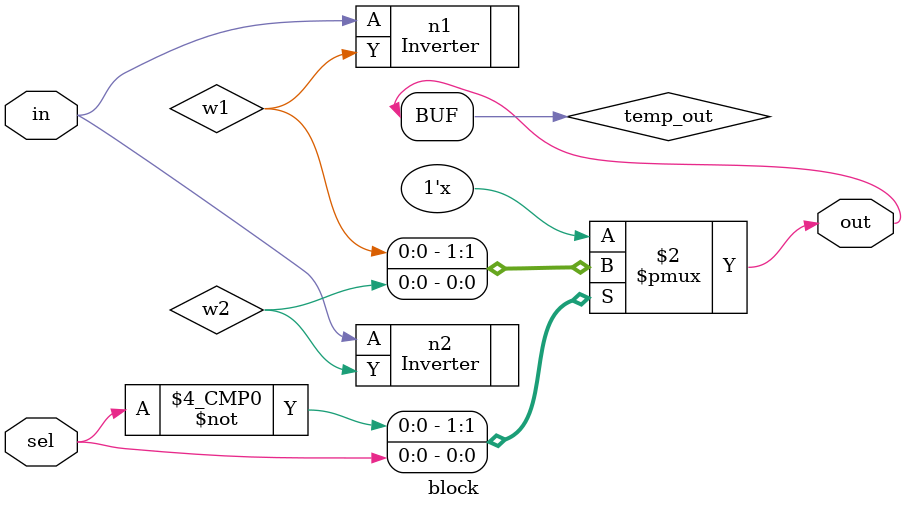
<source format=v>
`timescale 1ns / 1ps


module block(
    input in,
    input sel,
    output out
    );
    
    wire w1, w2;
    Inverter n1(.A(in), .Y(w1));
    Inverter n2(.A(in), .Y(w2));
    
    reg temp_out;
    
    always @(*) begin
        case (sel)
            'b0 : temp_out <= w1;
            'b1 : temp_out <= w2;
            default : temp_out <= 1'b1;
        endcase
    end
    
    assign out = temp_out;
            
endmodule

</source>
